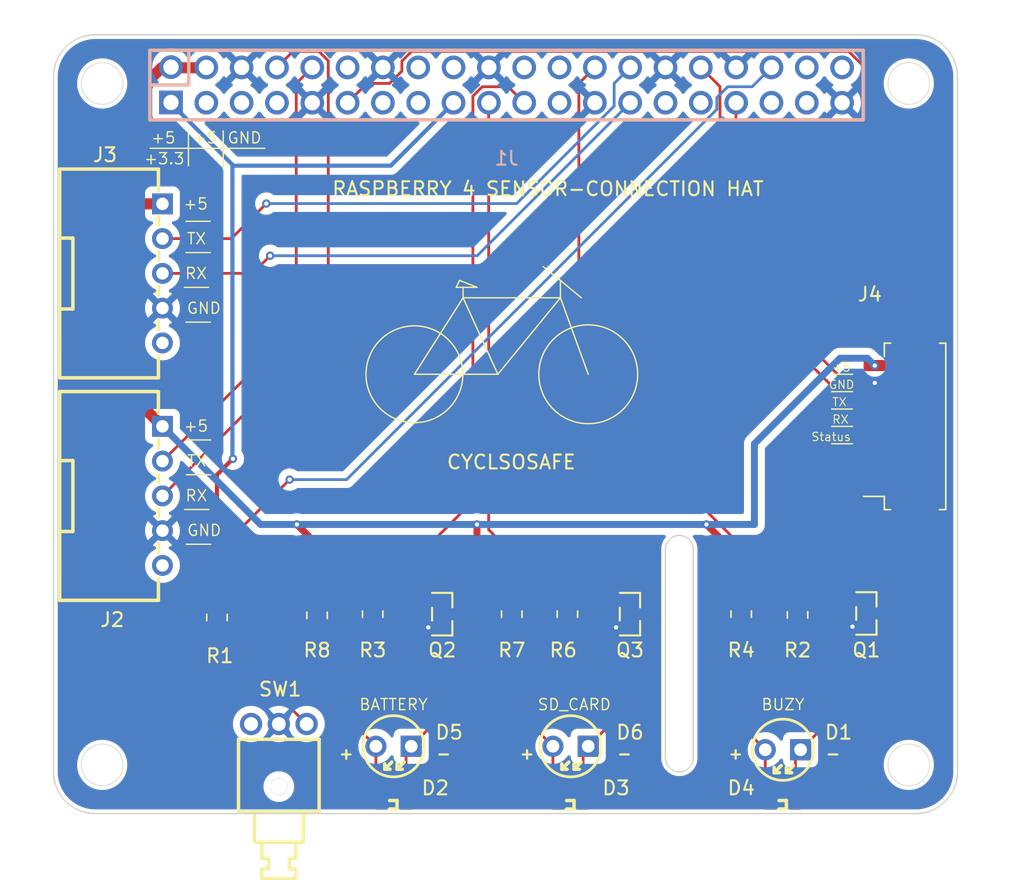
<source format=kicad_pcb>
(kicad_pcb (version 20241229) (generator "pcbnew") (generator_version "9.0")
  (layers (0 "F.Cu" signal) (2 "B.Cu" signal) (13 "F.Paste" user) (15 "B.Paste" user) (5 "F.SilkS" user "F.Silkscreen") (7 "B.SilkS" user "B.Silkscreen") (1 "F.Mask" user) (3 "B.Mask" user) (25 "Edge.Cuts" user))
  (net 0 "")
  (net 1 "Net-(D1-A)")
  (net 2 "Net-(D1-K)")
  (net 3 "Net-(D2-A)")
  (net 4 "Net-(D2-K)")
  (net 5 "Net-(D3-K)")
  (net 6 "Net-(D3-A)")
  (net 8 "SENSOR3__TX")
  (net 9 "GND")
  (net 10 "LED_BATTERY")
  (net 11 "LED_BUZY")
  (net 12 "LED_SD_CARD")
  (net 14 "I2C1_SCL")
  (net 15 "SENSOR3_RX")
  (net 16 "SENSOR2_RX")
  (net 18 "SENSOR1_RX")
  (net 20 "+5V")
  (net 21 "+3.3V")
  (net 23 "SENSOR2_TX")
  (net 24 "GPS_STATUS")
  (net 27 "SENSOR1__TX")
  (net 32 "RST_BTN")
  (net 37 "I2C1_SDA")
  (net 43 "Net-(Q1-G)")
  (net 44 "Net-(Q2-G)")
  (net 45 "Net-(Q3-G)")
  (footprint "raspi-4-lib:RPI_Hat_B+_custom" (layer "F.Cu") (at 157.05 47.34)
    (property "Reference" "REF**" (hide yes))
    (property "Value" "RPI_Hat_B+_custom" (hide yes))
    (fp_line (start -32.5 -0.5) (end -32.5 49.5) (stroke (width 0.1)) (layer "Edge.Cuts"))
    (fp_line (start -29.5 -3.5) (end 29.5 -3.5) (stroke (width 0.1)) (layer "Edge.Cuts"))
    (fp_line (start -29.5 52.5) (end 29.5 52.5) (stroke (width 0.1)) (layer "Edge.Cuts"))
    (fp_line (start 11.5 33.5) (end 11.5 48.5) (stroke (width 0.1)) (layer "Edge.Cuts"))
    (fp_line (start 13.5 33.5) (end 13.5 48.5) (stroke (width 0.1)) (layer "Edge.Cuts"))
    (fp_line (start 32.5 -0.5) (end 32.5 49.5) (stroke (width 0.1)) (layer "Edge.Cuts"))
    (fp_arc (start -32.499998 -0.5) (mid -31.621319 -2.621319) (end -29.5 -3.499998) (stroke (width 0.1)) (layer "Edge.Cuts"))
    (fp_arc (start -29.5 52.5) (mid -31.62132 51.62132) (end -32.5 49.5) (stroke (width 0.1)) (layer "Edge.Cuts"))
    (fp_arc (start 11.5 33.5) (mid 12.5 32.5) (end 13.5 33.5) (stroke (width 0.1)) (layer "Edge.Cuts"))
    (fp_arc (start 13.5 48.5) (mid 12.5 49.5) (end 11.5 48.5) (stroke (width 0.1)) (layer "Edge.Cuts"))
    (fp_arc (start 29.5 -3.5) (mid 31.62132 -2.62132) (end 32.5 -0.5) (stroke (width 0.1)) (layer "Edge.Cuts"))
    (fp_arc (start 32.5 49.5) (mid 31.62132 51.62132) (end 29.5 52.5) (stroke (width 0.1)) (layer "Edge.Cuts"))
    (fp_circle (center -29 0) (end -30.500001 -0.000001) (stroke (width 0.05)) (fill no) (layer "Edge.Cuts"))
    (fp_circle (center -29 49) (end -30.500001 49.000001) (stroke (width 0.05)) (fill no) (layer "Edge.Cuts"))
    (fp_circle (center 29 0) (end 30.500001 -0.000001) (stroke (width 0.05)) (fill no) (layer "Edge.Cuts"))
    (fp_circle (center 29 49) (end 30.500001 49.000001) (stroke (width 0.05)) (fill no) (layer "Edge.Cuts"))
  )
  (footprint "easyeda2kicad:SOT-23-3_L2.9-W1.3-P1.90-LS2.4-BR" (layer "F.Cu") (at 166 85.5 180)
    (property "Reference" "Q3" (at 0 -2.5875 180) (layer "F.SilkS"))
    (property "Value" "AO3400A" (hide yes))
    (fp_line (start 0.73 1.53) (end -0.73 1.53) (stroke (width 0.15)) (layer "F.SilkS"))
    (fp_line (start 0.73 -0.46) (end 0.73 0.46) (stroke (width 0.15)) (layer "F.SilkS"))
    (fp_line (start 0.73 -1.53) (end -0.73 -1.53) (stroke (width 0.15)) (layer "F.SilkS"))
    (fp_line (start -0.73 1.53) (end -0.73 0.49) (stroke (width 0.15)) (layer "F.SilkS"))
    (fp_line (start -0.73 -1.53) (end -0.73 -0.49) (stroke (width 0.15)) (layer "F.SilkS"))
    (pad "1" smd rect (at 1 0.95 180) (size 1.25 0.7) (layers "F.Cu" "F.Mask" "F.Paste") (net 45 "Net-(Q3-G)"))
    (pad "2" smd rect (at 1 -0.95 180) (size 1.25 0.7) (layers "F.Cu" "F.Mask" "F.Paste") (net 9 "GND"))
    (pad "3" smd rect (at -1 0 180) (size 1.25 0.7) (layers "F.Cu" "F.Mask" "F.Paste") (net 5 "Net-(D3-K)"))
  )
  (footprint "easyeda2kicad:LED-SMD_L1.7-W0.6-RD-custom" (layer "F.Cu") (at 177 99.21 180)
    (property "Reference" "D1" (at -4 5.21 0) (layer "F.SilkS"))
    (property "Value" "BUZY" (at 0 7.21 0) (layer "F.SilkS") (effects (font (size 0.8 0.8) (thickness 0.1))))
    (fp_line (start 0.28 -0.3) (end -0.25 -0.3) (stroke (width 0.25)) (layer "F.SilkS"))
    (fp_line (start -0.25 0.32) (end -0.25 -0.28) (stroke (width 0.25)) (layer "F.SilkS"))
    (fp_line (start -0.25 0.31) (end 0.28 0.31) (stroke (width 0.25)) (layer "F.SilkS"))
    (pad "1" smd rect (at -0.9 0 180) (size 0.8 0.7) (layers "F.Cu" "F.Mask" "F.Paste") (net 2 "Net-(D1-K)"))
    (pad "2" smd rect (at 0.9 0 180) (size 0.8 0.7) (layers "F.Cu" "F.Mask" "F.Paste") (net 1 "Net-(D1-A)"))
  )
  (footprint "Resistor_SMD:R_0805_2012Metric" (layer "F.Cu") (at 143.5 85.5875 90)
    (property "Reference" "R8" (at -2.5 0 180) (layer "F.SilkS"))
    (property "Value" "220")
    (fp_line (start -0.227064 -0.735) (end 0.227064 -0.735) (stroke (width 0.12)) (layer "F.SilkS"))
    (fp_line (start -0.227064 0.735) (end 0.227064 0.735) (stroke (width 0.12)) (layer "F.SilkS"))
    (pad "1" smd roundrect (at -0.9125 0 90) (size 1.025 1.4) (layers "F.Cu" "F.Mask" "F.Paste") (roundrect_rratio 0.243902) (net 3 "Net-(D2-A)"))
    (pad "2" smd roundrect (at 0.9125 0 90) (size 1.025 1.4) (layers "F.Cu" "F.Mask" "F.Paste") (roundrect_rratio 0.243902) (net 20 "+5V"))
  )
  (footprint "Resistor_SMD:R_0805_2012Metric" (layer "F.Cu") (at 136.3 85.7375 90)
    (property "Reference" "R1" (at -2.7625 0.2 180) (layer "F.SilkS"))
    (property "Value" "10k")
    (fp_line (start -0.227064 -0.735) (end 0.227064 -0.735) (stroke (width 0.12)) (layer "F.SilkS"))
    (fp_line (start -0.227064 0.735) (end 0.227064 0.735) (stroke (width 0.12)) (layer "F.SilkS"))
    (pad "1" smd roundrect (at -0.9125 0 90) (size 1.025 1.4) (layers "F.Cu" "F.Mask" "F.Paste") (roundrect_rratio 0.243902) (net 32 "RST_BTN"))
    (pad "2" smd roundrect (at 0.9125 0 90) (size 1.025 1.4) (layers "F.Cu" "F.Mask" "F.Paste") (roundrect_rratio 0.243902) (net 21 "+3.3V"))
  )
  (footprint "easyeda2kicad:LED-TH_BD3.9-P2.54-FD" (layer "F.Cu") (at 161.73 95 180)
    (property "Reference" "D6" (at -4.27 1 0) (layer "F.SilkS"))
    (property "Value" "SD_CARD" (hide yes))
    (fp_line (start 0.63 -1.65) (end 0.63 -1.27) (stroke (width 0.25)) (layer "F.SilkS"))
    (fp_line (start 0.63 -1.65) (end 0.38 -1.65) (stroke (width 0.25)) (layer "F.SilkS"))
    (fp_line (start 0.38 -1.65) (end 0.25 -1.65) (stroke (width 0.25)) (layer "F.SilkS"))
    (fp_line (start 0.13 -1.14) (end 0.63 -1.65) (stroke (width 0.25)) (layer "F.SilkS"))
    (fp_line (start -0.25 -1.65) (end -0.25 -1.27) (stroke (width 0.25)) (layer "F.SilkS"))
    (fp_line (start -0.25 -1.65) (end -0.51 -1.65) (stroke (width 0.25)) (layer "F.SilkS"))
    (fp_line (start -0.51 -1.65) (end -0.63 -1.65) (stroke (width 0.25)) (layer "F.SilkS"))
    (fp_line (start -0.76 -1.14) (end -0.25 -1.65) (stroke (width 0.25)) (layer "F.SilkS"))
    (fp_circle (center 0 0) (end 2.2 0) (stroke (width 0.2)) (fill no) (layer "F.SilkS"))
    (pad "1" thru_hole rect (at -1.27 0 180) (size 1.52 1.52) (drill 0.9144) (layers "*.Cu" "*.Mask") (net 5 "Net-(D3-K)"))
    (pad "2" thru_hole circle (at 1.27 0 180) (size 1.52 1.52) (drill 0.9144) (layers "*.Cu" "*.Mask") (net 6 "Net-(D3-A)"))
  )
  (footprint "easyeda2kicad:SOT-23-3_L2.9-W1.3-P1.90-LS2.4-BR" (layer "F.Cu") (at 152.5 85.5 180)
    (property "Reference" "Q2" (at 0 -2.5875 180) (layer "F.SilkS"))
    (property "Value" "AO3400A" (hide yes))
    (fp_line (start 0.73 1.53) (end -0.73 1.53) (stroke (width 0.15)) (layer "F.SilkS"))
    (fp_line (start 0.73 -0.46) (end 0.73 0.46) (stroke (width 0.15)) (layer "F.SilkS"))
    (fp_line (start 0.73 -1.53) (end -0.73 -1.53) (stroke (width 0.15)) (layer "F.SilkS"))
    (fp_line (start -0.73 1.53) (end -0.73 0.49) (stroke (width 0.15)) (layer "F.SilkS"))
    (fp_line (start -0.73 -1.53) (end -0.73 -0.49) (stroke (width 0.15)) (layer "F.SilkS"))
    (pad "1" smd rect (at 1 0.95 180) (size 1.25 0.7) (layers "F.Cu" "F.Mask" "F.Paste") (net 44 "Net-(Q2-G)"))
    (pad "2" smd rect (at 1 -0.95 180) (size 1.25 0.7) (layers "F.Cu" "F.Mask" "F.Paste") (net 9 "GND"))
    (pad "3" smd rect (at -1 0 180) (size 1.25 0.7) (layers "F.Cu" "F.Mask" "F.Paste") (net 4 "Net-(D2-K)"))
  )
  (footprint "easyeda2kicad:SW-TH_TK-6580B-2" (layer "F.Cu") (at 140.75 93.4)
    (property "Reference" "SW1" (at 0.1 -2.5 0) (layer "F.SilkS"))
    (property "Value" "SW_Shutdown")
    (fp_line (start -2.9 6.3) (end -2.9 1.1) (stroke (width 0.25)) (layer "F.SilkS"))
    (fp_line (start -1.75 6.3) (end -1.75 8.5) (stroke (width 0.25)) (layer "F.SilkS"))
    (fp_line (start -1.22 9.65) (end -1.22 8.5) (stroke (width 0.25)) (layer "F.SilkS"))
    (fp_line (start -1.22 10.42) (end -0.76 10.42) (stroke (width 0.25)) (layer "F.SilkS"))
    (fp_line (start -1.22 11.1) (end -1.22 10.42) (stroke (width 0.25)) (layer "F.SilkS"))
    (fp_line (start -1.22 11.1) (end 1.23 11.1) (stroke (width 0.25)) (layer "F.SilkS"))
    (fp_line (start -0.76 9.65) (end -1.22 9.65) (stroke (width 0.25)) (layer "F.SilkS"))
    (fp_line (start -0.76 10.42) (end -0.76 9.65) (stroke (width 0.25)) (layer "F.SilkS"))
    (fp_line (start 0.76 9.65) (end 1.23 9.65) (stroke (width 0.25)) (layer "F.SilkS"))
    (fp_line (start 0.76 10.42) (end 0.76 9.65) (stroke (width 0.25)) (layer "F.SilkS"))
    (fp_line (start 1.23 9.65) (end 1.23 8.5) (stroke (width 0.25)) (layer "F.SilkS"))
    (fp_line (start 1.23 10.42) (end 0.76 10.42) (stroke (width 0.25)) (layer "F.SilkS"))
    (fp_line (start 1.23 11.1) (end 1.23 10.42) (stroke (width 0.25)) (layer "F.SilkS"))
    (fp_line (start 1.75 6.3) (end 1.75 8.5) (stroke (width 0.25)) (layer "F.SilkS"))
    (fp_line (start 1.75 8.5) (end -1.75 8.5) (stroke (width 0.25)) (layer "F.SilkS"))
    (fp_line (start 2.9 1.1) (end -2.9 1.1) (stroke (width 0.25)) (layer "F.SilkS"))
    (fp_line (start 2.9 6.3) (end -2.9 6.3) (stroke (width 0.25)) (layer "F.SilkS"))
    (fp_line (start 2.9 6.3) (end 2.9 1.1) (stroke (width 0.25)) (layer "F.SilkS"))
    (pad "" thru_hole circle (at 0 4.5) (size 1.2 1.2) (drill 1.2) (layers "*.Cu" "*.Mask"))
    (pad "1" thru_hole circle (at 2 0 180) (size 1.6 1.6) (drill 0.999998) (layers "*.Cu" "*.Mask") (net 32 "RST_BTN"))
    (pad "2" thru_hole circle (at 0 0 180) (size 1.6 1.6) (drill 0.999998) (layers "*.Cu" "*.Mask") (net 9 "GND"))
    (pad "3" thru_hole circle (at -2 0 180) (size 1.6 1.6) (drill 0.999998) (layers "*.Cu" "*.Mask"))
  )
  (footprint "easyeda2kicad:SOT-23-3_L2.9-W1.3-P1.90-LS2.4-BR" (layer "F.Cu") (at 183 85.45 180)
    (property "Reference" "Q1" (at 0 -2.6375 180) (layer "F.SilkS"))
    (property "Value" "AO3400A" (hide yes))
    (fp_line (start 0.73 1.53) (end -0.73 1.53) (stroke (width 0.15)) (layer "F.SilkS"))
    (fp_line (start 0.73 -0.46) (end 0.73 0.46) (stroke (width 0.15)) (layer "F.SilkS"))
    (fp_line (start 0.73 -1.53) (end -0.73 -1.53) (stroke (width 0.15)) (layer "F.SilkS"))
    (fp_line (start -0.73 1.53) (end -0.73 0.49) (stroke (width 0.15)) (layer "F.SilkS"))
    (fp_line (start -0.73 -1.53) (end -0.73 -0.49) (stroke (width 0.15)) (layer "F.SilkS"))
    (pad "1" smd rect (at 1 0.95 180) (size 1.25 0.7) (layers "F.Cu" "F.Mask" "F.Paste") (net 43 "Net-(Q1-G)"))
    (pad "2" smd rect (at 1 -0.95 180) (size 1.25 0.7) (layers "F.Cu" "F.Mask" "F.Paste") (net 9 "GND"))
    (pad "3" smd rect (at -1 0 180) (size 1.25 0.7) (layers "F.Cu" "F.Mask" "F.Paste") (net 2 "Net-(D1-K)"))
  )
  (footprint "Resistor_SMD:R_0805_2012Metric" (layer "F.Cu") (at 174 85.5 90)
    (property "Reference" "R4" (at -2.5875 0 180) (layer "F.SilkS"))
    (property "Value" "220")
    (fp_line (start -0.227064 -0.735) (end 0.227064 -0.735) (stroke (width 0.12)) (layer "F.SilkS"))
    (fp_line (start -0.227064 0.735) (end 0.227064 0.735) (stroke (width 0.12)) (layer "F.SilkS"))
    (pad "1" smd roundrect (at -0.9125 0 90) (size 1.025 1.4) (layers "F.Cu" "F.Mask" "F.Paste") (roundrect_rratio 0.243902) (net 1 "Net-(D1-A)"))
    (pad "2" smd roundrect (at 0.9125 0 90) (size 1.025 1.4) (layers "F.Cu" "F.Mask" "F.Paste") (roundrect_rratio 0.243902) (net 20 "+5V"))
  )
  (footprint "Resistor_SMD:R_0805_2012Metric" (layer "F.Cu") (at 157.5 85.5 90)
    (property "Reference" "R7" (at -2.5875 0 180) (layer "F.SilkS"))
    (property "Value" "220")
    (fp_line (start -0.227064 -0.735) (end 0.227064 -0.735) (stroke (width 0.12)) (layer "F.SilkS"))
    (fp_line (start -0.227064 0.735) (end 0.227064 0.735) (stroke (width 0.12)) (layer "F.SilkS"))
    (pad "1" smd roundrect (at -0.9125 0 90) (size 1.025 1.4) (layers "F.Cu" "F.Mask" "F.Paste") (roundrect_rratio 0.243902) (net 6 "Net-(D3-A)"))
    (pad "2" smd roundrect (at 0.9125 0 90) (size 1.025 1.4) (layers "F.Cu" "F.Mask" "F.Paste") (roundrect_rratio 0.243902) (net 20 "+5V"))
  )
  (footprint "easyeda2kicad:LED-SMD_L1.7-W0.6-RD-custom" (layer "F.Cu") (at 149 99.21 180)
    (property "Reference" "D2" (at -3 1.21 0) (layer "F.SilkS"))
    (property "Value" "BATTERY" (hide yes))
    (fp_line (start 0.28 -0.3) (end -0.25 -0.3) (stroke (width 0.25)) (layer "F.SilkS"))
    (fp_line (start -0.25 0.32) (end -0.25 -0.28) (stroke (width 0.25)) (layer "F.SilkS"))
    (fp_line (start -0.25 0.31) (end 0.28 0.31) (stroke (width 0.25)) (layer "F.SilkS"))
    (pad "1" smd rect (at -0.9 0 180) (size 0.8 0.7) (layers "F.Cu" "F.Mask" "F.Paste") (net 4 "Net-(D2-K)"))
    (pad "2" smd rect (at 0.9 0 180) (size 0.8 0.7) (layers "F.Cu" "F.Mask" "F.Paste") (net 3 "Net-(D2-A)"))
  )
  (footprint "easyeda2kicad:LED-TH_BD3.9-P2.54-FD" (layer "F.Cu") (at 149 95 180)
    (property "Reference" "D5" (at -4 1 0) (layer "F.SilkS"))
    (property "Value" "BATTERY" (at 0 3 0) (layer "F.SilkS") (effects (font (size 0.8 0.8) (thickness 0.1))))
    (fp_line (start 0.63 -1.65) (end 0.63 -1.27) (stroke (width 0.25)) (layer "F.SilkS"))
    (fp_line (start 0.63 -1.65) (end 0.38 -1.65) (stroke (width 0.25)) (layer "F.SilkS"))
    (fp_line (start 0.38 -1.65) (end 0.25 -1.65) (stroke (width 0.25)) (layer "F.SilkS"))
    (fp_line (start 0.13 -1.14) (end 0.63 -1.65) (stroke (width 0.25)) (layer "F.SilkS"))
    (fp_line (start -0.25 -1.65) (end -0.25 -1.27) (stroke (width 0.25)) (layer "F.SilkS"))
    (fp_line (start -0.25 -1.65) (end -0.51 -1.65) (stroke (width 0.25)) (layer "F.SilkS"))
    (fp_line (start -0.51 -1.65) (end -0.63 -1.65) (stroke (width 0.25)) (layer "F.SilkS"))
    (fp_line (start -0.76 -1.14) (end -0.25 -1.65) (stroke (width 0.25)) (layer "F.SilkS"))
    (fp_circle (center 0 0) (end 2.2 0) (stroke (width 0.2)) (fill no) (layer "F.SilkS"))
    (pad "1" thru_hole rect (at -1.27 0 180) (size 1.52 1.52) (drill 0.9144) (layers "*.Cu" "*.Mask") (net 4 "Net-(D2-K)"))
    (pad "2" thru_hole circle (at 1.27 0 180) (size 1.52 1.52) (drill 0.9144) (layers "*.Cu" "*.Mask") (net 3 "Net-(D2-A)"))
  )
  (footprint "easyeda2kicad:CONN-TH_WAFER-HA254WZ-5A" (layer "F.Cu") (at 132.3825 76.995 -90)
    (property "Reference" "J2" (at 8.905 3.6075 0) (layer "F.SilkS"))
    (property "Value" "Conn_01x05")
    (fp_line (start -7.5 7.39) (end -7.5 0.29) (stroke (width 0.25)) (layer "F.SilkS"))
    (fp_line (start -2.54 7.39) (end -2.54 6.44) (stroke (width 0.25)) (layer "F.SilkS"))
    (fp_line (start 5 7.39) (end -7.5 7.39) (stroke (width 0.25)) (layer "F.SilkS"))
    (fp_line (start 5 7.39) (end 7.51 7.39) (stroke (width 0.25)) (layer "F.SilkS"))
    (fp_line (start 7.51 7.39) (end 7.51 7.36) (stroke (width 0.25)) (layer "F.SilkS"))
    (fp_line (start 7.51 7.36) (end 7.51 7.23) (stroke (width 0.25)) (layer "F.SilkS"))
    (fp_line (start -2.54 6.44) (end 2.56 6.44) (stroke (width 0.25)) (layer "F.SilkS"))
    (fp_line (start 2.56 6.44) (end 2.56 7.39) (stroke (width 0.25)) (layer "F.SilkS"))
    (fp_line (start -3.44 0.3) (end -4.07 0.3) (stroke (width 0.25)) (layer "F.SilkS"))
    (fp_line (start -0.94 0.3) (end -1.57 0.3) (stroke (width 0.25)) (layer "F.SilkS"))
    (fp_line (start 1.56 0.3) (end 0.93 0.3) (stroke (width 0.25)) (layer "F.SilkS"))
    (fp_line (start -7.5 0.29) (end -5.94 0.29) (stroke (width 0.25)) (layer "F.SilkS"))
    (fp_line (start -4.07 0.29) (end -3.44 0.29) (stroke (width 0.25)) (layer "F.SilkS"))
    (fp_line (start -1.57 0.29) (end -0.94 0.29) (stroke (width 0.25)) (layer "F.SilkS"))
    (fp_line (start 0.93 0.29) (end 1.56 0.29) (stroke (width 0.25)) (layer "F.SilkS"))
    (fp_line (start 3.43 0.29) (end 4.06 0.29) (stroke (width 0.25)) (layer "F.SilkS"))
    (fp_line (start 3.81 0.29) (end 4.06 0.29) (stroke (width 0.25)) (layer "F.SilkS"))
    (fp_line (start 5.93 0.29) (end 6.07 0.29) (stroke (width 0.25)) (layer "F.SilkS"))
    (fp_line (start 5.93 0.29) (end 7.51 0.29) (stroke (width 0.25)) (layer "F.SilkS"))
    (fp_line (start 7.51 0.29) (end 7.51 7.23) (stroke (width 0.25)) (layer "F.SilkS"))
    (pad "1" thru_hole rect (at -5 0 90) (size 1.5 1.5) (drill 0.900024) (layers "*.Cu" "*.Mask") (net 20 "+5V"))
    (pad "2" thru_hole circle (at -2.5 0 90) (size 1.5 1.5) (drill 0.900024) (layers "*.Cu" "*.Mask") (net 27 "SENSOR1__TX"))
    (pad "3" thru_hole circle (at 0 0 90) (size 1.5 1.5) (drill 0.900024) (layers "*.Cu" "*.Mask") (net 18 "SENSOR1_RX"))
    (pad "4" thru_hole circle (at 2.5 0 90) (size 1.5 1.5) (drill 0.900024) (layers "*.Cu" "*.Mask") (net 9 "GND"))
    (pad "5" thru_hole circle (at 5 0 90) (size 1.5 1.5) (drill 0.900024) (layers "*.Cu" "*.Mask"))
  )
  (footprint "easyeda2kicad:LED-TH_BD3.9-P2.54-FD" (layer "F.Cu") (at 177 95.25 180)
    (property "Reference" "D4" (at 3 -2.75 0) (layer "F.SilkS"))
    (property "Value" "BUZY" (hide yes))
    (fp_line (start 0.63 -1.65) (end 0.63 -1.27) (stroke (width 0.25)) (layer "F.SilkS"))
    (fp_line (start 0.63 -1.65) (end 0.38 -1.65) (stroke (width 0.25)) (layer "F.SilkS"))
    (fp_line (start 0.38 -1.65) (end 0.25 -1.65) (stroke (width 0.25)) (layer "F.SilkS"))
    (fp_line (start 0.13 -1.14) (end 0.63 -1.65) (stroke (width 0.25)) (layer "F.SilkS"))
    (fp_line (start -0.25 -1.65) (end -0.25 -1.27) (stroke (width 0.25)) (layer "F.SilkS"))
    (fp_line (start -0.25 -1.65) (end -0.51 -1.65) (stroke (width 0.25)) (layer "F.SilkS"))
    (fp_line (start -0.51 -1.65) (end -0.63 -1.65) (stroke (width 0.25)) (layer "F.SilkS"))
    (fp_line (start -0.76 -1.14) (end -0.25 -1.65) (stroke (width 0.25)) (layer "F.SilkS"))
    (fp_circle (center 0 0) (end 2.2 0) (stroke (width 0.2)) (fill no) (layer "F.SilkS"))
    (pad "1" thru_hole rect (at -1.27 0 180) (size 1.52 1.52) (drill 0.9144) (layers "*.Cu" "*.Mask") (net 2 "Net-(D1-K)"))
    (pad "2" thru_hole circle (at 1.27 0 180) (size 1.52 1.52) (drill 0.9144) (layers "*.Cu" "*.Mask") (net 1 "Net-(D1-A)"))
  )
  (footprint "Resistor_SMD:R_0805_2012Metric" (layer "F.Cu") (at 161.5 85.5 -90)
    (property "Reference" "R6" (at 2.5875 0.3 180) (layer "F.SilkS"))
    (property "Value" "220")
    (fp_line (start -0.227064 0.735) (end 0.227064 0.735) (stroke (width 0.12)) (layer "F.SilkS"))
    (fp_line (start -0.227064 -0.735) (end 0.227064 -0.735) (stroke (width 0.12)) (layer "F.SilkS"))
    (pad "1" smd roundrect (at -0.9125 0 270) (size 1.025 1.4) (layers "F.Cu" "F.Mask" "F.Paste") (roundrect_rratio 0.243902) (net 12 "LED_SD_CARD"))
    (pad "2" smd roundrect (at 0.9125 0 270) (size 1.025 1.4) (layers "F.Cu" "F.Mask" "F.Paste") (roundrect_rratio 0.243902) (net 45 "Net-(Q3-G)"))
  )
  (footprint "easyeda2kicad:CONN-TH_WAFER-HA254WZ-5A" (layer "F.Cu") (at 132.3825 60.995 -90)
    (property "Reference" "J3" (at -8.52 4.1325 0) (layer "F.SilkS"))
    (property "Value" "Conn_01x05")
    (fp_line (start -7.5 7.39) (end -7.5 0.29) (stroke (width 0.25)) (layer "F.SilkS"))
    (fp_line (start -2.54 7.39) (end -2.54 6.44) (stroke (width 0.25)) (layer "F.SilkS"))
    (fp_line (start 5 7.39) (end -7.5 7.39) (stroke (width 0.25)) (layer "F.SilkS"))
    (fp_line (start 5 7.39) (end 7.51 7.39) (stroke (width 0.25)) (layer "F.SilkS"))
    (fp_line (start 7.51 7.39) (end 7.51 7.36) (stroke (width 0.25)) (layer "F.SilkS"))
    (fp_line (start 7.51 7.36) (end 7.51 7.23) (stroke (width 0.25)) (layer "F.SilkS"))
    (fp_line (start -2.54 6.44) (end 2.56 6.44) (stroke (width 0.25)) (layer "F.SilkS"))
    (fp_line (start 2.56 6.44) (end 2.56 7.39) (stroke (width 0.25)) (layer "F.SilkS"))
    (fp_line (start -3.44 0.3) (end -4.07 0.3) (stroke (width 0.25)) (layer "F.SilkS"))
    (fp_line (start -0.94 0.3) (end -1.57 0.3) (stroke (width 0.25)) (layer "F.SilkS"))
    (fp_line (start 1.56 0.3) (end 0.93 0.3) (stroke (width 0.25)) (layer "F.SilkS"))
    (fp_line (start -7.5 0.29) (end -5.94 0.29) (stroke (width 0.25)) (layer "F.SilkS"))
    (fp_line (start -4.07 0.29) (end -3.44 0.29) (stroke (width 0.25)) (layer "F.SilkS"))
    (fp_line (start -1.57 0.29) (end -0.94 0.29) (stroke (width 0.25)) (layer "F.SilkS"))
    (fp_line (start 0.93 0.29) (end 1.56 0.29) (stroke (width 0.25)) (layer "F.SilkS"))
    (fp_line (start 3.43 0.29) (end 4.06 0.29) (stroke (width 0.25)) (layer "F.SilkS"))
    (fp_line (start 3.81 0.29) (end 4.06 0.29) (stroke (width 0.25)) (layer "F.SilkS"))
    (fp_line (start 5.93 0.29) (end 6.07 0.29) (stroke (width 0.25)) (layer "F.SilkS"))
    (fp_line (start 5.93 0.29) (end 7.51 0.29) (stroke (width 0.25)) (layer "F.SilkS"))
    (fp_line (start 7.51 0.29) (end 7.51 7.23) (stroke (width 0.25)) (layer "F.SilkS"))
    (pad "1" thru_hole rect (at -5 0 90) (size 1.5 1.5) (drill 0.900024) (layers "*.Cu" "*.Mask") (net 20 "+5V"))
    (pad "2" thru_hole circle (at -2.5 0 90) (size 1.5 1.5) (drill 0.900024) (layers "*.Cu" "*.Mask") (net 23 "SENSOR2_TX"))
    (pad "3" thru_hole circle (at 0 0 90) (size 1.5 1.5) (drill 0.900024) (layers "*.Cu" "*.Mask") (net 16 "SENSOR2_RX"))
    (pad "4" thru_hole circle (at 2.5 0 90) (size 1.5 1.5) (drill 0.900024) (layers "*.Cu" "*.Mask") (net 9 "GND"))
    (pad "5" thru_hole circle (at 5 0 90) (size 1.5 1.5) (drill 0.900024) (layers "*.Cu" "*.Mask"))
  )
  (footprint "Resistor_SMD:R_0805_2012Metric" (layer "F.Cu") (at 147.5 85.5 -90)
    (property "Reference" "R3" (at 2.5875 0 180) (layer "F.SilkS"))
    (property "Value" "220")
    (fp_line (start -0.227064 0.735) (end 0.227064 0.735) (stroke (width 0.12)) (layer "F.SilkS"))
    (fp_line (start -0.227064 -0.735) (end 0.227064 -0.735) (stroke (width 0.12)) (layer "F.SilkS"))
    (pad "1" smd roundrect (at -0.9125 0 270) (size 1.025 1.4) (layers "F.Cu" "F.Mask" "F.Paste") (roundrect_rratio 0.243902) (net 10 "LED_BATTERY"))
    (pad "2" smd roundrect (at 0.9125 0 270) (size 1.025 1.4) (layers "F.Cu" "F.Mask" "F.Paste") (roundrect_rratio 0.243902) (net 44 "Net-(Q2-G)"))
  )
  (footprint "Connector_Molex:Molex_PicoBlade_53261-0871_1x08-1MP_P1.25mm_Horizontal" (layer "F.Cu") (at 186 72 90)
    (property "Reference" "J4" (at 9.5 -2.75 180) (layer "F.SilkS"))
    (property "Value" "Conn_01x08" (hide yes))
    (fp_line (start 5.985 -1.71) (end 5.035 -1.71) (stroke (width 0.12)) (layer "F.SilkS"))
    (fp_line (start -5.035 -1.71) (end -5.035 -3.2) (stroke (width 0.12)) (layer "F.SilkS"))
    (fp_line (start -5.985 -1.71) (end -5.035 -1.71) (stroke (width 0.12)) (layer "F.SilkS"))
    (fp_line (start 5.985 -1.26) (end 5.985 -1.71) (stroke (width 0.12)) (layer "F.SilkS"))
    (fp_line (start -5.985 -1.26) (end -5.985 -1.71) (stroke (width 0.12)) (layer "F.SilkS"))
    (fp_line (start -5.985 2.26) (end -5.985 2.71) (stroke (width 0.12)) (layer "F.SilkS"))
    (fp_line (start 5.985 2.71) (end 5.985 2.26) (stroke (width 0.12)) (layer "F.SilkS"))
    (fp_line (start -5.985 2.71) (end 5.985 2.71) (stroke (width 0.12)) (layer "F.SilkS"))
    (pad "1" smd roundrect (at -4.375 -2.4 90) (size 0.8 1.6) (layers "F.Cu" "F.Mask" "F.Paste"))
    (pad "2" smd roundrect (at -3.125 -2.4 90) (size 0.8 1.6) (layers "F.Cu" "F.Mask" "F.Paste"))
    (pad "3" smd roundrect (at -1.875 -2.4 90) (size 0.8 1.6) (layers "F.Cu" "F.Mask" "F.Paste"))
    (pad "4" smd roundrect (at -0.625 -2.4 90) (size 0.8 1.6) (layers "F.Cu" "F.Mask" "F.Paste") (net 24 "GPS_STATUS"))
    (pad "5" smd roundrect (at 0.625 -2.4 90) (size 0.8 1.6) (layers "F.Cu" "F.Mask" "F.Paste") (net 15 "SENSOR3_RX"))
    (pad "6" smd roundrect (at 1.875 -2.4 90) (size 0.8 1.6) (layers "F.Cu" "F.Mask" "F.Paste") (net 8 "SENSOR3__TX"))
    (pad "7" smd roundrect (at 3.125 -2.4 90) (size 0.8 1.6) (layers "F.Cu" "F.Mask" "F.Paste") (net 9 "GND"))
    (pad "8" smd roundrect (at 4.375 -2.4 90) (size 0.8 1.6) (layers "F.Cu" "F.Mask" "F.Paste") (net 20 "+5V"))
    (pad "MP" smd roundrect (at -6.925 0.5 90) (size 2.1 3) (layers "F.Cu" "F.Mask" "F.Paste") (roundrect_rratio 0.119048))
    (pad "MP" smd roundrect (at 6.925 0.5 90) (size 2.1 3) (layers "F.Cu" "F.Mask" "F.Paste") (roundrect_rratio 0.119048))
  )
  (footprint "easyeda2kicad:LED-SMD_L1.7-W0.6-RD-custom" (layer "F.Cu") (at 161.73 99.21 180)
    (property "Reference" "D3" (at -3.27 1.21 0) (layer "F.SilkS"))
    (property "Value" "SD_CARD" (at -0.27 7.21 0) (layer "F.SilkS") (effects (font (size 0.8 0.8) (thickness 0.1))))
    (fp_line (start 0.28 -0.3) (end -0.25 -0.3) (stroke (width 0.25)) (layer "F.SilkS"))
    (fp_line (start -0.25 0.32) (end -0.25 -0.28) (stroke (width 0.25)) (layer "F.SilkS"))
    (fp_line (start -0.25 0.31) (end 0.28 0.31) (stroke (width 0.25)) (layer "F.SilkS"))
    (pad "1" smd rect (at -0.9 0 180) (size 0.8 0.7) (layers "F.Cu" "F.Mask" "F.Paste") (net 5 "Net-(D3-K)"))
    (pad "2" smd rect (at 0.9 0 180) (size 0.8 0.7) (layers "F.Cu" "F.Mask" "F.Paste") (net 6 "Net-(D3-A)"))
  )
  (footprint "Resistor_SMD:R_0805_2012Metric" (layer "F.Cu") (at 178.05 85.55 -90)
    (property "Reference" "R2" (at 2.5375 0 180) (layer "F.SilkS"))
    (property "Value" "220")
    (fp_line (start -0.227064 0.735) (end 0.227064 0.735) (stroke (width 0.12)) (layer "F.SilkS"))
    (fp_line (start -0.227064 -0.735) (end 0.227064 -0.735) (stroke (width 0.12)) (layer "F.SilkS"))
    (pad "1" smd roundrect (at -0.9125 0 270) (size 1.025 1.4) (layers "F.Cu" "F.Mask" "F.Paste") (roundrect_rratio 0.243902) (net 11 "LED_BUZY"))
    (pad "2" smd roundrect (at 0.9125 0 270) (size 1.025 1.4) (layers "F.Cu" "F.Mask" "F.Paste") (roundrect_rratio 0.243902) (net 43 "Net-(Q1-G)"))
  )
  (footprint "easyeda2kicad:HDR-TH_40P-P2.54-V-F-R2-C20-S2.54-2-reveresed" (layer "B.Cu") (at 157.125 47.455)
    (property "Reference" "J1" (at 0 5.27 180) (layer "B.SilkS") (effects (justify mirror)))
    (property "Value" "Raspberry_Pi_4")
    (fp_line (start -25.65 -2.5) (end 25.65 -2.5) (stroke (width 0.25)) (layer "B.SilkS"))
    (fp_line (start -25.65 -0.01) (end -22.85 -0.01) (stroke (width 0.25)) (layer "B.SilkS"))
    (fp_line (start -25.65 2.5) (end -25.65 -2.5) (stroke (width 0.25)) (layer "B.SilkS"))
    (fp_line (start -22.85 -0.01) (end -22.85 -2.5) (stroke (width 0.25)) (layer "B.SilkS"))
    (fp_line (start 25.65 -2.5) (end 25.65 2.5) (stroke (width 0.25)) (layer "B.SilkS"))
    (fp_line (start 25.65 2.5) (end -25.65 2.5) (stroke (width 0.25)) (layer "B.SilkS"))
    (pad "1" thru_hole rect (at -24.13 1.25) (size 1.7 1.7) (drill 1.100023) (layers "*.Cu" "*.Mask") (net 21 "+3.3V"))
    (pad "2" thru_hole circle (at -24.13 -1.29) (size 1.7 1.7) (drill 1.100023) (layers "*.Cu" "*.Mask") (net 20 "+5V"))
    (pad "3" thru_hole circle (at -21.59 1.27) (size 1.7 1.7) (drill 1.100023) (layers "*.Cu" "*.Mask") (net 37 "I2C1_SDA"))
    (pad "4" thru_hole circle (at -21.59 -1.27) (size 1.7 1.7) (drill 1.100023) (layers "*.Cu" "*.Mask") (net 20 "+5V"))
    (pad "5" thru_hole circle (at -19.05 1.27) (size 1.7 1.7) (drill 1.100023) (layers "*.Cu" "*.Mask") (net 14 "I2C1_SCL"))
    (pad "6" thru_hole circle (at -19.05 -1.27) (size 1.7 1.7) (drill 1.100023) (layers "*.Cu" "*.Mask") (net 9 "GND"))
    (pad "7" thru_hole circle (at -16.51 1.27) (size 1.7 1.7) (drill 1.100023) (layers "*.Cu" "*.Mask"))
    (pad "8" thru_hole circle (at -16.51 -1.27) (size 1.7 1.7) (drill 1.100023) (layers "*.Cu" "*.Mask") (net 18 "SENSOR1_RX"))
    (pad "9" thru_hole circle (at -13.97 1.27) (size 1.7 1.7) (drill 1.100023) (layers "*.Cu" "*.Mask") (net 9 "GND"))
    (pad "10" thru_hole circle (at -13.97 -1.27) (size 1.7 1.7) (drill 1.100023) (layers "*.Cu" "*.Mask") (net 27 "SENSOR1__TX"))
    (pad "11" thru_hole circle (at -11.43 1.27) (size 1.7 1.7) (drill 1.100023) (layers "*.Cu" "*.Mask") (net 24 "GPS_STATUS"))
    (pad "12" thru_hole circle (at -11.43 -1.27) (size 1.7 1.7) (drill 1.100023) (layers "*.Cu" "*.Mask"))
    (pad "13" thru_hole circle (at -8.89 1.27) (size 1.7 1.7) (drill 1.100023) (layers "*.Cu" "*.Mask"))
    (pad "14" thru_hole circle (at -8.89 -1.27) (size 1.7 1.7) (drill 1.100023) (layers "*.Cu" "*.Mask") (net 9 "GND"))
    (pad "15" thru_hole circle (at -6.35 1.27) (size 1.7 1.7) (drill 1.100023) (layers "*.Cu" "*.Mask"))
    (pad "16" thru_hole circle (at -6.35 -1.27) (size 1.7 1.7) (drill 1.100023) (layers "*.Cu" "*.Mask"))
    (pad "17" thru_hole circle (at -3.81 1.27) (size 1.7 1.7) (drill 1.100023) (layers "*.Cu" "*.Mask") (net 21 "+3.3V"))
    (pad "18" thru_hole circle (at -3.81 -1.27) (size 1.7 1.7) (drill 1.100023) (layers "*.Cu" "*.Mask"))
    (pad "19" thru_hole circle (at -1.27 1.27) (size 1.7 1.7) (drill 1.100023) (layers "*.Cu" "*.Mask") (net 12 "LED_SD_CARD"))
    (pad "20" thru_hole circle (at -1.27 -1.27) (size 1.7 1.7) (drill 1.100023) (layers "*.Cu" "*.Mask") (net 9 "GND"))
    (pad "21" thru_hole circle (at 1.27 1.27) (size 1.7 1.7) (drill 1.100023) (layers "*.Cu" "*.Mask") (net 10 "LED_BATTERY"))
    (pad "22" thru_hole circle (at 1.27 -1.27) (size 1.7 1.7) (drill 1.100023) (layers "*.Cu" "*.Mask"))
    (pad "23" thru_hole circle (at 3.81 1.27) (size 1.7 1.7) (drill 1.100023) (layers "*.Cu" "*.Mask"))
    (pad "24" thru_hole circle (at 3.81 -1.27) (size 1.7 1.7) (drill 1.100023) (layers "*.Cu" "*.Mask"))
    (pad "25" thru_hole circle (at 6.35 1.27) (size 1.7 1.7) (drill 1.100023) (layers "*.Cu" "*.Mask") (net 9 "GND"))
    (pad "26" thru_hole circle (at 6.35 -1.27) (size 1.7 1.7) (drill 1.100023) (layers "*.Cu" "*.Mask") (net 11 "LED_BUZY"))
    (pad "27" thru_hole circle (at 8.89 1.27) (size 1.7 1.7) (drill 1.100023) (layers "*.Cu" "*.Mask") (net 16 "SENSOR2_RX"))
    (pad "28" thru_hole circle (at 8.89 -1.27) (size 1.7 1.7) (drill 1.100023) (layers "*.Cu" "*.Mask") (net 23 "SENSOR2_TX"))
    (pad "29" thru_hole circle (at 11.43 1.27) (size 1.7 1.7) (drill 1.100023) (layers "*.Cu" "*.Mask"))
    (pad "30" thru_hole circle (at 11.43 -1.27) (size 1.7 1.7) (drill 1.100023) (layers "*.Cu" "*.Mask") (net 9 "GND"))
    (pad "31" thru_hole circle (at 13.97 1.27) (size 1.7 1.7) (drill 1.100023) (layers "*.Cu" "*.Mask"))
    (pad "32" thru_hole circle (at 13.97 -1.27) (size 1.7 1.7) (drill 1.100023) (layers "*.Cu" "*.Mask") (net 15 "SENSOR3_RX"))
    (pad "33" thru_hole circle (at 16.51 1.27) (size 1.7 1.7) (drill 1.100023) (layers "*.Cu" "*.Mask") (net 8 "SENSOR3__TX"))
    (pad "34" thru_hole circle (at 16.51 -1.27) (size 1.7 1.7) (drill 1.100023) (layers "*.Cu" "*.Mask") (net 9 "GND"))
    (pad "35" thru_hole circle (at 19.05 1.27) (size 1.7 1.7) (drill 1.100023) (layers "*.Cu" "*.Mask"))
    (pad "36" thru_hole circle (at 19.05 -1.27) (size 1.7 1.7) (drill 1.100023) (layers "*.Cu" "*.Mask") (net 32 "RST_BTN"))
    (pad "37" thru_hole circle (at 21.59 1.27) (size 1.7 1.7) (drill 1.100023) (layers "*.Cu" "*.Mask"))
    (pad "38" thru_hole circle (at 21.59 -1.27) (size 1.7 1.7) (drill 1.100023) (layers "*.Cu" "*.Mask"))
    (pad "39" thru_hole circle (at 24.13 1.27) (size 1.7 1.7) (drill 1.100023) (layers "*.Cu" "*.Mask") (net 9 "GND"))
    (pad "40" thru_hole circle (at 24.13 -1.27) (size 1.7 1.7) (drill 1.100023) (layers "*.Cu" "*.Mask"))
  )
  (gr_line (start 136.75 50.75) (end 136.75 53.5) (stroke (width 0.1)) (layer "F.SilkS"))
  (gr_circle (center 150.5 68.25) (end 153.75 67) (stroke (width 0.1)) (fill no) (layer "F.SilkS"))
  (gr_line (start 134.075 57.25) (end 135.825 57.25) (stroke (width 0.1)) (layer "F.SilkS"))
  (gr_line (start 134.1 80.475) (end 135.85 80.475) (stroke (width 0.1)) (layer "F.SilkS"))
  (gr_line (start 134.25 50.75) (end 134.25 53.25) (stroke (width 0.1)) (layer "F.SilkS"))
  (gr_line (start 161 61.5) (end 162.5 62.75) (stroke (width 0.1)) (layer "F.SilkS"))
  (gr_line (start 154 62.75) (end 150.5 68.25) (stroke (width 0.1)) (layer "F.SilkS"))
  (gr_line (start 133.975 77.975) (end 135.725 77.975) (stroke (width 0.1)) (layer "F.SilkS"))
  (gr_line (start 153.75 61.5) (end 155 62) (stroke (width 0.1)) (layer "F.SilkS"))
  (gr_line (start 154 62.75) (end 161 62.75) (stroke (width 0.1)) (layer "F.SilkS"))
  (gr_line (start 161 61.5) (end 159.75 60.5) (stroke (width 0.1)) (layer "F.SilkS"))
  (gr_line (start 182 68.25) (end 180.5 68.25) (stroke (width 0.1)) (layer "F.SilkS"))
  (gr_line (start 182 72) (end 180.5 72) (stroke (width 0.1)) (layer "F.SilkS"))
  (gr_line (start 153.5 62) (end 153.75 61.5) (stroke (width 0.1)) (layer "F.SilkS"))
  (gr_line (start 150.5 68.25) (end 156.5 68.25) (stroke (width 0.1)) (layer "F.SilkS"))
  (gr_line (start 134.1 75.475) (end 135.85 75.475) (stroke (width 0.1)) (layer "F.SilkS"))
  (gr_line (start 182 73.25) (end 180.5 73.25) (stroke (width 0.1)) (layer "F.SilkS"))
  (gr_line (start 182 69.5) (end 180.5 69.5) (stroke (width 0.1)) (layer "F.SilkS"))
  (gr_line (start 131.5 52) (end 139.75 52) (stroke (width 0.1)) (layer "F.SilkS"))
  (gr_line (start 161 62.75) (end 161 61.5) (stroke (width 0.1)) (layer "F.SilkS"))
  (gr_line (start 134.1 72.975) (end 135.85 72.975) (stroke (width 0.1)) (layer "F.SilkS"))
  (gr_line (start 161 62.75) (end 163 68.25) (stroke (width 0.1)) (layer "F.SilkS"))
  (gr_line (start 153.5 62) (end 155 62) (stroke (width 0.1)) (layer "F.SilkS"))
  (gr_line (start 134.075 59.5) (end 135.825 59.5) (stroke (width 0.1)) (layer "F.SilkS"))
  (gr_line (start 156.5 68.25) (end 154 62.75) (stroke (width 0.1)) (layer "F.SilkS"))
  (gr_line (start 133.95 62) (end 135.7 62) (stroke (width 0.1)) (layer "F.SilkS"))
  (gr_line (start 161 62.75) (end 156.5 68.25) (stroke (width 0.1)) (layer "F.SilkS"))
  (gr_line (start 134.075 64.5) (end 135.825 64.5) (stroke (width 0.1)) (layer "F.SilkS"))
  (gr_line (start 182 70.75) (end 180.5 70.75) (stroke (width 0.1)) (layer "F.SilkS"))
  (gr_line (start 154 62.75) (end 154 62) (stroke (width 0.1)) (layer "F.SilkS"))
  (gr_circle (center 163 68.25) (end 165.75 66) (stroke (width 0.1)) (fill no) (layer "F.SilkS"))
  (gr_text "GND" (at 137 51.25 0) (layer "F.SilkS") (effects (font (size 0.8 0.8) (thickness 0.1)) (justify left)))
  (gr_text "TX" (at 134.1 74.475 0) (layer "F.SilkS") (effects (font (size 0.8 0.8) (thickness 0.1)) (justify left)))
  (gr_text "RASPBERRY 4 SENSOR-CONNECTION HAT" (at 144.5 55.5 0) (layer "F.SilkS") (effects (font (size 1 1)) (justify left bottom)))
  (gr_text "RX" (at 133.95 61 0) (layer "F.SilkS") (effects (font (size 0.8 0.8) (thickness 0.1)) (justify left)))
  (gr_text "RX" (at 180.5 71.5 0) (layer "F.SilkS") (effects (font (size 0.6 0.6) (thickness 0.075)) (justify left)))
  (gr_text "+5" (at 131.5 51.25 0) (layer "F.SilkS") (effects (font (size 0.8 0.8) (thickness 0.1)) (justify left)))
  (gr_text "-" (at 165 96 0) (layer "F.SilkS") (effects (font (size 0.8 0.8) (thickness 0.16) (bold yes)) (justify left bottom)))
  (gr_text "+5" (at 133.825 56 0) (layer "F.SilkS") (effects (font (size 0.8 0.8) (thickness 0.1)) (justify left)))
  (gr_text "RX" (at 133.975 76.975 0) (layer "F.SilkS") (effects (font (size 0.8 0.8) (thickness 0.1)) (justify left)))
  (gr_text "GND" (at 134.1 79.475 0) (layer "F.SilkS") (effects (font (size 0.8 0.8) (thickness 0.1)) (justify left)))
  (gr_text "+" (at 145 96 0) (layer "F.SilkS") (effects (font (size 0.8 0.8) (thickness 0.16) (bold yes)) (justify left bottom)))
  (gr_text "GND" (at 180.25 69 0) (layer "F.SilkS") (effects (font (size 0.6 0.6) (thickness 0.075)) (justify left)))
  (gr_text "CYCLSOSAFE" (at 152.75 75.15 0) (layer "F.SilkS") (effects (font (size 1 1)) (justify left bottom)))
  (gr_text "+5" (at 134.5 51.25 0) (layer "F.SilkS") (effects (font (size 0.8 0.8) (thickness 0.1)) (justify left)))
  (gr_text "TX" (at 134.075 58.5 0) (layer "F.SilkS") (effects (font (size 0.8 0.8) (thickness 0.1)) (justify left)))
  (gr_text "GND" (at 134.075 63.5 0) (layer "F.SilkS") (effects (font (size 0.8 0.8) (thickness 0.1)) (justify left)))
  (gr_text "+" (at 173 96 0) (layer "F.SilkS") (effects (font (size 0.8 0.8) (thickness 0.16) (bold yes)) (justify left bottom)))
  (gr_text "TX" (at 180.5 70.25 0) (layer "F.SilkS") (effects (font (size 0.6 0.6) (thickness 0.075)) (justify left)))
  (gr_text "+5" (at 133.85 71.975 0) (layer "F.SilkS") (effects (font (size 0.8 0.8) (thickness 0.1)) (justify left)))
  (gr_text "-" (at 180 96 0) (layer "F.SilkS") (effects (font (size 0.8 0.8) (thickness 0.16) (bold yes)) (justify left bottom)))
  (gr_text "+" (at 158 96 0) (layer "F.SilkS") (effects (font (size 0.8 0.8) (thickness 0.16) (bold yes)) (justify left bottom)))
  (gr_text "+3.3" (at 131 52.75 0) (layer "F.SilkS") (effects (font (size 0.8 0.8) (thickness 0.1)) (justify left)))
  (gr_text "-" (at 152 96 0) (layer "F.SilkS") (effects (font (size 0.8 0.8) (thickness 0.16) (bold yes)) (justify left bottom)))
  (gr_text "Status" (at 179 72.75 0) (layer "F.SilkS") (effects (font (size 0.6 0.6) (thickness 0.075)) (justify left)))
  (gr_text "+5" (at 180.5 67.75 0) (layer "F.SilkS") (effects (font (size 0.6 0.6) (thickness 0.075)) (justify left)))
  (segment (start 174 86.4125) (end 174 93.52) (width 0.2) (layer "F.Cu") (net 1))
  (segment (start 175.73 95.25) (end 175.73 98.84) (width 0.2) (layer "F.Cu") (net 1))
  (segment (start 175.73 98.84) (end 176.1 99.21) (width 0.2) (layer "F.Cu") (net 1))
  (segment (start 174 93.52) (end 175.73 95.25) (width 0.2) (layer "F.Cu") (net 1))
  (segment (start 177.9 99.21) (end 177.9 95.62) (width 0.2) (layer "F.Cu") (net 2))
  (segment (start 184 89.52) (end 184 85.45) (width 0.2) (layer "F.Cu") (net 2))
  (segment (start 178.27 95.25) (end 184 89.52) (width 0.2) (layer "F.Cu") (net 2))
  (segment (start 177.9 95.62) (end 178.27 95.25) (width 0.2) (layer "F.Cu") (net 2))
  (segment (start 143.5 90.77) (end 147.73 95) (width 0.2) (layer "F.Cu") (net 3))
  (segment (start 143.5 86.5) (end 143.5 90.77) (width 0.2) (layer "F.Cu") (net 3))
  (segment (start 147.73 98.84) (end 148.1 99.21) (width 0.2) (layer "F.Cu") (net 3))
  (segment (start 147.73 95) (end 147.73 98.84) (width 0.2) (layer "F.Cu") (net 3))
  (segment (start 149.9 95.37) (end 150.27 95) (width 0.2) (layer "F.Cu") (net 4))
  (segment (start 149.9 99.21) (end 149.9 95.37) (width 0.2) (layer "F.Cu") (net 4))
  (segment (start 153.5 91.77) (end 153.5 85.5) (width 0.2) (layer "F.Cu") (net 4))
  (segment (start 150.27 95) (end 153.5 91.77) (width 0.2) (layer "F.Cu") (net 4))
  (segment (start 162.63 99.21) (end 162.63 95.37) (width 0.2) (layer "F.Cu") (net 5))
  (segment (start 167 91) (end 167 85.5) (width 0.2) (layer "F.Cu") (net 5))
  (segment (start 162.63 95.37) (end 163 95) (width 0.2) (layer "F.Cu") (net 5))
  (segment (start 163 95) (end 167 91) (width 0.2) (layer "F.Cu") (net 5))
  (segment (start 160.46 95) (end 160.46 98.84) (width 0.2) (layer "F.Cu") (net 6))
  (segment (start 157.5 92.04) (end 160.46 95) (width 0.2) (layer "F.Cu") (net 6))
  (segment (start 157.5 86.4125) (end 157.5 92.04) (width 0.2) (layer "F.Cu") (net 6))
  (segment (start 160.46 98.84) (end 160.83 99.21) (width 0.2) (layer "F.Cu") (net 6))
  (segment (start 182.8 70.125) (end 173.62 60.945) (width 0.2) (layer "F.Cu") (net 8))
  (segment (start 183.6 70.125) (end 182.8 70.125) (width 0.2) (layer "F.Cu") (net 8))
  (segment (start 173.62 60.945) (end 173.62 48.75) (width 0.2) (layer "F.Cu") (net 8))
  (via (at 151.5 86.45) (size 0.6) (drill 0.3) (layers "F.Cu" "B.Cu") (net 9))
  (via (at 183.6 68.875) (size 0.6) (drill 0.3) (layers "F.Cu" "B.Cu") (net 9))
  (via (at 182 86.4) (size 0.6) (drill 0.3) (layers "F.Cu" "B.Cu") (net 9))
  (via (at 165 86.45) (size 0.6) (drill 0.3) (layers "F.Cu" "B.Cu") (net 9))
  (segment (start 132.3825 79.495) (end 132.3825 79.447557) (width 0.2) (layer "B.Cu") (net 9))
  (segment (start 163.46 48.75) (end 161.31 50.9) (width 0.2) (layer "B.Cu") (net 9))
  (segment (start 161.31 50.9) (end 161.1 50.9) (width 0.2) (layer "B.Cu") (net 9))
  (segment (start 154.704 48.24824) (end 154.704 77.3835) (width 0.2) (layer "F.Cu") (net 10))
  (segment (start 158.395 48.725) (end 157.244 47.574) (width 0.2) (layer "F.Cu") (net 10))
  (segment (start 154.704 77.3835) (end 147.5 84.5875) (width 0.2) (layer "F.Cu") (net 10))
  (segment (start 157.244 47.574) (end 155.37824 47.574) (width 0.2) (layer "F.Cu") (net 10))
  (segment (start 155.37824 47.574) (end 154.704 48.24824) (width 0.2) (layer "F.Cu") (net 10))
  (segment (start 178.05 84.6375) (end 162.324 68.9115) (width 0.2) (layer "F.Cu") (net 11))
  (segment (start 162.324 68.9115) (end 162.324 47.336) (width 0.2) (layer "F.Cu") (net 11))
  (segment (start 162.324 47.336) (end 163.475 46.185) (width 0.2) (layer "F.Cu") (net 11))
  (segment (start 155.84 79.4275) (end 155.84 48.75) (width 0.2) (layer "F.Cu") (net 12))
  (segment (start 161 84.5875) (end 155.84 79.4275) (width 0.2) (layer "F.Cu") (net 12))
  (segment (start 182.8 71.375) (end 183.6 71.375) (width 0.2) (layer "F.Cu") (net 15))
  (segment (start 171.095 46.185) (end 172.475 47.565) (width 0.2) (layer "F.Cu") (net 15))
  (segment (start 172.475 47.565) (end 172.475 61.05) (width 0.2) (layer "F.Cu") (net 15))
  (segment (start 172.475 61.05) (end 182.8 71.375) (width 0.2) (layer "F.Cu") (net 15))
  (segment (start 132.3825 60.995) (end 138.855 60.995) (width 0.2) (layer "F.Cu") (net 16))
  (segment (start 138.855 60.995) (end 140.125 59.725) (width 0.2) (layer "F.Cu") (net 16))
  (via (at 140.125 59.725) (size 0.6) (drill 0.3) (layers "F.Cu" "B.Cu") (net 16))
  (segment (start 155.015 59.725) (end 140.125 59.725) (width 0.2) (layer "B.Cu") (net 16))
  (segment (start 166.015 48.725) (end 155.015 59.725) (width 0.2) (layer "B.Cu") (net 16))
  (segment (start 144.306 45.70824) (end 144.306 65.0715) (width 0.2) (layer "F.Cu") (net 18))
  (segment (start 140.615 46.185) (end 141.766 45.034) (width 0.2) (layer "F.Cu") (net 18))
  (segment (start 141.766 45.034) (end 143.63176 45.034) (width 0.2) (layer "F.Cu") (net 18))
  (segment (start 136.28875 73.08875) (end 132.3825 76.995) (width 0.2) (layer "F.Cu") (net 18))
  (segment (start 143.63176 45.034) (end 144.306 45.70824) (width 0.2) (layer "F.Cu") (net 18))
  (segment (start 144.306 65.0715) (end 136.28875 73.08875) (width 0.2) (layer "F.Cu") (net 18))
  (segment (start 130 69.6125) (end 132.3825 71.995) (width 0.8) (layer "F.Cu") (net 20))
  (segment (start 155 82.0875) (end 157.5 84.5875) (width 0.5) (layer "F.Cu") (net 20))
  (segment (start 130 55.875) (end 130.12 55.995) (width 0.8) (layer "F.Cu") (net 20))
  (segment (start 174 81.55) (end 174 84.5875) (width 0.5) (layer "F.Cu") (net 20))
  (segment (start 130.9 47.628) (end 130.9 48.6) (width 0.8) (layer "F.Cu") (net 20))
  (segment (start 143.5 80.5) (end 143.5 84.675) (width 0.5) (layer "F.Cu") (net 20))
  (segment (start 130.9 48.6) (end 130 49.5) (width 0.8) (layer "F.Cu") (net 20))
  (segment (start 130.12 55.995) (end 132.3825 55.995) (width 0.8) (layer "F.Cu") (net 20))
  (segment (start 132.318 46.21) (end 130.9 47.628) (width 0.8) (layer "F.Cu") (net 20))
  (segment (start 130 55.875) (end 130 69.6125) (width 0.8) (layer "F.Cu") (net 20))
  (segment (start 142.05 79.05) (end 143.5 80.5) (width 0.5) (layer "F.Cu") (net 20))
  (segment (start 130 49.5) (end 130 55.875) (width 0.8) (layer "F.Cu") (net 20))
  (segment (start 171.5 79.05) (end 174 81.55) (width 0.5) (layer "F.Cu") (net 20))
  (segment (start 155 79.05) (end 155 82.0875) (width 0.5) (layer "F.Cu") (net 20))
  (segment (start 135.52 46.21) (end 132.318 46.21) (width 0.8) (layer "F.Cu") (net 20))
  (via (at 171.5 79.05) (size 0.6) (drill 0.3) (layers "F.Cu" "B.Cu") (net 20))
  (via (at 142.05 79.05) (size 0.6) (drill 0.3) (layers "F.Cu" "B.Cu") (net 20))
  (via (at 183.6 67.625) (size 0.6) (drill 0.3) (layers "F.Cu" "B.Cu") (net 20))
  (via (at 155 79.05) (size 0.6) (drill 0.3) (layers "F.Cu" "B.Cu") (net 20))
  (segment (start 155 79.05) (end 171.5 79.05) (width 0.5) (layer "B.Cu") (net 20))
  (segment (start 142.05 79.05) (end 155 79.05) (width 0.5) (layer "B.Cu") (net 20))
  (segment (start 181.1 67.1) (end 183.075 67.1) (width 0.5) (layer "B.Cu") (net 20))
  (segment (start 174.95 79.05) (end 174.95 73.25) (width 0.5) (layer "B.Cu") (net 20))
  (segment (start 171.5 79.05) (end 174.95 79.05) (width 0.5) (layer "B.Cu") (net 20))
  (segment (start 174.95 73.25) (end 181.1 67.1) (width 0.5) (layer "B.Cu") (net 20))
  (segment (start 183.075 67.1) (end 183.6 67.625) (width 0.5) (layer "B.Cu") (net 20))
  (segment (start 142.05 79.05) (end 139.4375 79.05) (width 0.5) (layer "B.Cu") (net 20))
  (segment (start 139.4375 79.05) (end 132.3825 71.995) (width 0.5) (layer "B.Cu") (net 20))
  (segment (start 136.3 75.475) (end 136.3 84.825) (width 0.3) (layer "F.Cu") (net 21))
  (segment (start 137.45 74.325) (end 136.3 75.475) (width 0.3) (layer "F.Cu") (net 21))
  (via (at 137.45 74.325) (size 0.6) (drill 0.3) (layers "F.Cu" "B.Cu") (net 21))
  (segment (start 137.415 53.185) (end 137.48 53.25) (width 0.3) (layer "B.Cu") (net 21))
  (segment (start 137.415 53.185) (end 137.415 74.29) (width 0.3) (layer "B.Cu") (net 21))
  (segment (start 148.8 53.25) (end 153.3 48.75) (width 0.3) (layer "B.Cu") (net 21))
  (segment (start 137.415 74.29) (end 137.45 74.325) (width 0.3) (layer "B.Cu") (net 21))
  (segment (start 132.98 48.75) (end 137.415 53.185) (width 0.3) (layer "B.Cu") (net 21))
  (segment (start 137.48 53.25) (end 148.8 53.25) (width 0.3) (layer "B.Cu") (net 21))
  (segment (start 132.3825 58.495) (end 137.33 58.495) (width 0.2) (layer "F.Cu") (net 23))
  (segment (start 137.33 58.495) (end 139.85 55.975) (width 0.2) (layer "F.Cu") (net 23))
  (via (at 139.85 55.975) (size 0.6) (drill 0.3) (layers "F.Cu" "B.Cu") (net 23))
  (segment (start 157.85276 55.975) (end 139.85 55.975) (width 0.2) (layer "B.Cu") (net 23))
  (segment (start 164.864 47.336) (end 164.864 48.96376) (width 0.2) (layer "B.Cu") (net 23))
  (segment (start 139.85 55.975) (end 139.825 55.975) (width 0.2) (layer "B.Cu") (net 23))
  (segment (start 166.015 46.185) (end 164.864 47.336) (width 0.2) (layer "B.Cu") (net 23))
  (segment (start 164.864 48.96376) (end 157.85276 55.975) (width 0.2) (layer "B.Cu") (net 23))
  (segment (start 145.695 48.725) (end 147.084 47.336) (width 0.2) (layer "F.Cu") (net 24))
  (segment (start 183.9 60.725) (end 184.7 61.525) (width 0.2) (layer "F.Cu") (net 24))
  (segment (start 149.6 45.73224) (end 150.29824 45.034) (width 0.2) (layer "F.Cu") (net 24))
  (segment (start 147.084 47.336) (end 148.71176 47.336) (width 0.2) (layer "F.Cu") (net 24))
  (segment (start 184.7 71.789064) (end 183.864064 72.625) (width 0.2) (layer "F.Cu") (net 24))
  (segment (start 181.73176 45.034) (end 183.9 47.20224) (width 0.2) (layer "F.Cu") (net 24))
  (segment (start 183.864064 72.625) (end 183.6 72.625) (width 0.2) (layer "F.Cu") (net 24))
  (segment (start 150.29824 45.034) (end 181.73176 45.034) (width 0.2) (layer "F.Cu") (net 24))
  (segment (start 184.7 61.525) (end 184.7 71.789064) (width 0.2) (layer "F.Cu") (net 24))
  (segment (start 148.71176 47.336) (end 149.6 46.44776) (width 0.2) (layer "F.Cu") (net 24))
  (segment (start 183.9 47.20224) (end 183.9 60.725) (width 0.2) (layer "F.Cu") (net 24))
  (segment (start 149.6 46.44776) (end 149.6 45.73224) (width 0.2) (layer "F.Cu") (net 24))
  (segment (start 143.155 46.185) (end 142.004 47.336) (width 0.2) (layer "F.Cu") (net 27))
  (segment (start 142.004 64.8735) (end 135.90125 70.97625) (width 0.2) (layer "F.Cu") (net 27))
  (segment (start 142.004 47.336) (end 142.004 64.8735) (width 0.2) (layer "F.Cu") (net 27))
  (segment (start 135.90125 70.97625) (end 132.3825 74.495) (width 0.2) (layer "F.Cu") (net 27))
  (segment (start 136.3 86.95) (end 136.3 86.65) (width 0.2) (layer "F.Cu") (net 32))
  (segment (start 142.75 93.4) (end 136.3 86.95) (width 0.2) (layer "F.Cu") (net 32))
  (segment (start 138.3115 79.0385) (end 138.3115 84.6385) (width 0.2) (layer "F.Cu") (net 32))
  (segment (start 138.3115 84.6385) (end 136.3 86.65) (width 0.2) (layer "F.Cu") (net 32))
  (segment (start 141.525 75.825) (end 138.3115 79.0385) (width 0.2) (layer "F.Cu") (net 32))
  (via (at 141.525 75.825) (size 0.6) (drill 0.3) (layers "F.Cu" "B.Cu") (net 32))
  (segment (start 176.175 46.185) (end 174.786 47.574) (width 0.2) (layer "B.Cu") (net 32))
  (segment (start 145.62276 75.825) (end 141.525 75.825) (width 0.2) (layer "B.Cu") (net 32))
  (segment (start 174.786 47.574) (end 173.02924 47.574) (width 0.2) (layer "B.Cu") (net 32))
  (segment (start 172.246 48.35724) (end 172.246 49.20176) (width 0.2) (layer "B.Cu") (net 32))
  (segment (start 173.02924 47.574) (end 172.246 48.35724) (width 0.2) (layer "B.Cu") (net 32))
  (segment (start 172.246 49.20176) (end 145.62276 75.825) (width 0.2) (layer "B.Cu") (net 32))
  (segment (start 180.0375 86.4625) (end 182 84.5) (width 0.2) (layer "F.Cu") (net 43))
  (segment (start 178.05 86.4625) (end 180.0375 86.4625) (width 0.2) (layer "F.Cu") (net 43))
  (segment (start 147.5 86.4125) (end 149.6375 86.4125) (width 0.2) (layer "F.Cu") (net 44))
  (segment (start 149.6375 86.4125) (end 151.5 84.55) (width 0.2) (layer "F.Cu") (net 44))
  (segment (start 163.1375 86.4125) (end 165 84.55) (width 0.2) (layer "F.Cu") (net 45))
  (segment (start 161.5 86.4125) (end 163.1375 86.4125) (width 0.2) (layer "F.Cu") (net 45))
  (zone (net 9) (net_name "GND") (layer "B.Cu") (connect_pads (clearance 0.5)) (min_thickness 0.25) (fill yes (thermal_gap 0.5) (thermal_bridge_width 0.5))
    (polygon (pts (xy 194.35 44.85) (xy 191.3 102.7) (xy 120.7 101.15) (xy 123.5 42.55) (xy 190.65 41.75)))
  )
)
</source>
